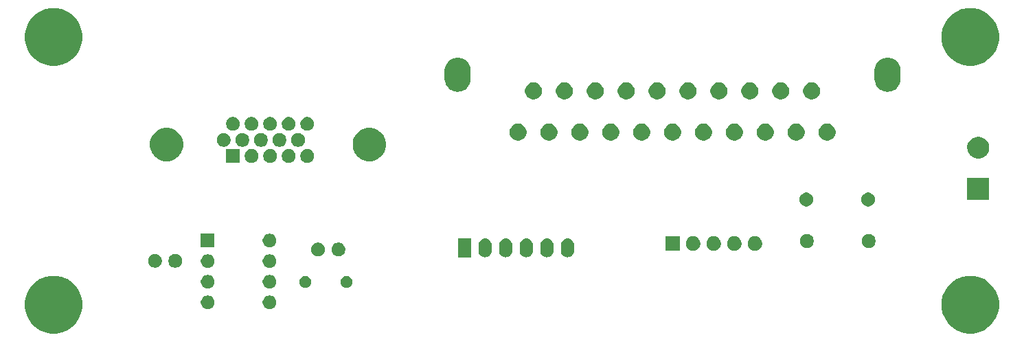
<source format=gbr>
G04 #@! TF.GenerationSoftware,KiCad,Pcbnew,5.1.6*
G04 #@! TF.CreationDate,2020-10-16T21:43:55+02:00*
G04 #@! TF.ProjectId,raveracer,72617665-7261-4636-9572-2e6b69636164,rev?*
G04 #@! TF.SameCoordinates,Original*
G04 #@! TF.FileFunction,Soldermask,Bot*
G04 #@! TF.FilePolarity,Negative*
%FSLAX46Y46*%
G04 Gerber Fmt 4.6, Leading zero omitted, Abs format (unit mm)*
G04 Created by KiCad (PCBNEW 5.1.6) date 2020-10-16 21:43:55*
%MOMM*%
%LPD*%
G01*
G04 APERTURE LIST*
%ADD10C,0.100000*%
G04 APERTURE END LIST*
D10*
G36*
X7035787Y-81585462D02*
G01*
X7161466Y-81637520D01*
X7682029Y-81853144D01*
X8263631Y-82241758D01*
X8758242Y-82736369D01*
X9146856Y-83317971D01*
X9146856Y-83317972D01*
X9414538Y-83964213D01*
X9551000Y-84650256D01*
X9551000Y-85349744D01*
X9414538Y-86035787D01*
X9414537Y-86035789D01*
X9146856Y-86682029D01*
X8758242Y-87263631D01*
X8263631Y-87758242D01*
X7682029Y-88146856D01*
X7225068Y-88336135D01*
X7035787Y-88414538D01*
X6349744Y-88551000D01*
X5650256Y-88551000D01*
X4964213Y-88414538D01*
X4774932Y-88336135D01*
X4317971Y-88146856D01*
X3736369Y-87758242D01*
X3241758Y-87263631D01*
X2853144Y-86682029D01*
X2585463Y-86035789D01*
X2585462Y-86035787D01*
X2449000Y-85349744D01*
X2449000Y-84650256D01*
X2585462Y-83964213D01*
X2853144Y-83317972D01*
X2853144Y-83317971D01*
X3241758Y-82736369D01*
X3736369Y-82241758D01*
X4317971Y-81853144D01*
X4838534Y-81637520D01*
X4964213Y-81585462D01*
X5650256Y-81449000D01*
X6349744Y-81449000D01*
X7035787Y-81585462D01*
G37*
G36*
X120035787Y-81585462D02*
G01*
X120161466Y-81637520D01*
X120682029Y-81853144D01*
X121263631Y-82241758D01*
X121758242Y-82736369D01*
X122146856Y-83317971D01*
X122146856Y-83317972D01*
X122414538Y-83964213D01*
X122551000Y-84650256D01*
X122551000Y-85349744D01*
X122414538Y-86035787D01*
X122414537Y-86035789D01*
X122146856Y-86682029D01*
X121758242Y-87263631D01*
X121263631Y-87758242D01*
X120682029Y-88146856D01*
X120225068Y-88336135D01*
X120035787Y-88414538D01*
X119349744Y-88551000D01*
X118650256Y-88551000D01*
X117964213Y-88414538D01*
X117774932Y-88336135D01*
X117317971Y-88146856D01*
X116736369Y-87758242D01*
X116241758Y-87263631D01*
X115853144Y-86682029D01*
X115585463Y-86035789D01*
X115585462Y-86035787D01*
X115449000Y-85349744D01*
X115449000Y-84650256D01*
X115585462Y-83964213D01*
X115853144Y-83317972D01*
X115853144Y-83317971D01*
X116241758Y-82736369D01*
X116736369Y-82241758D01*
X117317971Y-81853144D01*
X117838534Y-81637520D01*
X117964213Y-81585462D01*
X118650256Y-81449000D01*
X119349744Y-81449000D01*
X120035787Y-81585462D01*
G37*
G36*
X32868228Y-83901703D02*
G01*
X33023100Y-83965853D01*
X33162481Y-84058985D01*
X33281015Y-84177519D01*
X33374147Y-84316900D01*
X33438297Y-84471772D01*
X33471000Y-84636184D01*
X33471000Y-84803816D01*
X33438297Y-84968228D01*
X33374147Y-85123100D01*
X33281015Y-85262481D01*
X33162481Y-85381015D01*
X33023100Y-85474147D01*
X32868228Y-85538297D01*
X32703816Y-85571000D01*
X32536184Y-85571000D01*
X32371772Y-85538297D01*
X32216900Y-85474147D01*
X32077519Y-85381015D01*
X31958985Y-85262481D01*
X31865853Y-85123100D01*
X31801703Y-84968228D01*
X31769000Y-84803816D01*
X31769000Y-84636184D01*
X31801703Y-84471772D01*
X31865853Y-84316900D01*
X31958985Y-84177519D01*
X32077519Y-84058985D01*
X32216900Y-83965853D01*
X32371772Y-83901703D01*
X32536184Y-83869000D01*
X32703816Y-83869000D01*
X32868228Y-83901703D01*
G37*
G36*
X25248228Y-83901703D02*
G01*
X25403100Y-83965853D01*
X25542481Y-84058985D01*
X25661015Y-84177519D01*
X25754147Y-84316900D01*
X25818297Y-84471772D01*
X25851000Y-84636184D01*
X25851000Y-84803816D01*
X25818297Y-84968228D01*
X25754147Y-85123100D01*
X25661015Y-85262481D01*
X25542481Y-85381015D01*
X25403100Y-85474147D01*
X25248228Y-85538297D01*
X25083816Y-85571000D01*
X24916184Y-85571000D01*
X24751772Y-85538297D01*
X24596900Y-85474147D01*
X24457519Y-85381015D01*
X24338985Y-85262481D01*
X24245853Y-85123100D01*
X24181703Y-84968228D01*
X24149000Y-84803816D01*
X24149000Y-84636184D01*
X24181703Y-84471772D01*
X24245853Y-84316900D01*
X24338985Y-84177519D01*
X24457519Y-84058985D01*
X24596900Y-83965853D01*
X24751772Y-83901703D01*
X24916184Y-83869000D01*
X25083816Y-83869000D01*
X25248228Y-83901703D01*
G37*
G36*
X25248228Y-81361703D02*
G01*
X25403100Y-81425853D01*
X25542481Y-81518985D01*
X25661015Y-81637519D01*
X25754147Y-81776900D01*
X25818297Y-81931772D01*
X25851000Y-82096184D01*
X25851000Y-82263816D01*
X25818297Y-82428228D01*
X25754147Y-82583100D01*
X25661015Y-82722481D01*
X25542481Y-82841015D01*
X25403100Y-82934147D01*
X25248228Y-82998297D01*
X25083816Y-83031000D01*
X24916184Y-83031000D01*
X24751772Y-82998297D01*
X24596900Y-82934147D01*
X24457519Y-82841015D01*
X24338985Y-82722481D01*
X24245853Y-82583100D01*
X24181703Y-82428228D01*
X24149000Y-82263816D01*
X24149000Y-82096184D01*
X24181703Y-81931772D01*
X24245853Y-81776900D01*
X24338985Y-81637519D01*
X24457519Y-81518985D01*
X24596900Y-81425853D01*
X24751772Y-81361703D01*
X24916184Y-81329000D01*
X25083816Y-81329000D01*
X25248228Y-81361703D01*
G37*
G36*
X32868228Y-81361703D02*
G01*
X33023100Y-81425853D01*
X33162481Y-81518985D01*
X33281015Y-81637519D01*
X33374147Y-81776900D01*
X33438297Y-81931772D01*
X33471000Y-82096184D01*
X33471000Y-82263816D01*
X33438297Y-82428228D01*
X33374147Y-82583100D01*
X33281015Y-82722481D01*
X33162481Y-82841015D01*
X33023100Y-82934147D01*
X32868228Y-82998297D01*
X32703816Y-83031000D01*
X32536184Y-83031000D01*
X32371772Y-82998297D01*
X32216900Y-82934147D01*
X32077519Y-82841015D01*
X31958985Y-82722481D01*
X31865853Y-82583100D01*
X31801703Y-82428228D01*
X31769000Y-82263816D01*
X31769000Y-82096184D01*
X31801703Y-81931772D01*
X31865853Y-81776900D01*
X31958985Y-81637519D01*
X32077519Y-81518985D01*
X32216900Y-81425853D01*
X32371772Y-81361703D01*
X32536184Y-81329000D01*
X32703816Y-81329000D01*
X32868228Y-81361703D01*
G37*
G36*
X42319059Y-81477860D02*
G01*
X42418344Y-81518985D01*
X42455732Y-81534472D01*
X42578735Y-81616660D01*
X42683340Y-81721265D01*
X42683341Y-81721267D01*
X42765529Y-81844270D01*
X42822140Y-81980941D01*
X42851000Y-82126033D01*
X42851000Y-82273967D01*
X42822140Y-82419059D01*
X42765528Y-82555732D01*
X42683340Y-82678735D01*
X42578735Y-82783340D01*
X42455732Y-82865528D01*
X42455731Y-82865529D01*
X42455730Y-82865529D01*
X42319059Y-82922140D01*
X42173968Y-82951000D01*
X42026032Y-82951000D01*
X41880941Y-82922140D01*
X41744270Y-82865529D01*
X41744269Y-82865529D01*
X41744268Y-82865528D01*
X41621265Y-82783340D01*
X41516660Y-82678735D01*
X41434472Y-82555732D01*
X41377860Y-82419059D01*
X41349000Y-82273967D01*
X41349000Y-82126033D01*
X41377860Y-81980941D01*
X41434471Y-81844270D01*
X41516659Y-81721267D01*
X41516660Y-81721265D01*
X41621265Y-81616660D01*
X41744268Y-81534472D01*
X41781657Y-81518985D01*
X41880941Y-81477860D01*
X42026032Y-81449000D01*
X42173968Y-81449000D01*
X42319059Y-81477860D01*
G37*
G36*
X37239059Y-81477860D02*
G01*
X37338344Y-81518985D01*
X37375732Y-81534472D01*
X37498735Y-81616660D01*
X37603340Y-81721265D01*
X37603341Y-81721267D01*
X37685529Y-81844270D01*
X37742140Y-81980941D01*
X37771000Y-82126033D01*
X37771000Y-82273967D01*
X37742140Y-82419059D01*
X37685528Y-82555732D01*
X37603340Y-82678735D01*
X37498735Y-82783340D01*
X37375732Y-82865528D01*
X37375731Y-82865529D01*
X37375730Y-82865529D01*
X37239059Y-82922140D01*
X37093968Y-82951000D01*
X36946032Y-82951000D01*
X36800941Y-82922140D01*
X36664270Y-82865529D01*
X36664269Y-82865529D01*
X36664268Y-82865528D01*
X36541265Y-82783340D01*
X36436660Y-82678735D01*
X36354472Y-82555732D01*
X36297860Y-82419059D01*
X36269000Y-82273967D01*
X36269000Y-82126033D01*
X36297860Y-81980941D01*
X36354471Y-81844270D01*
X36436659Y-81721267D01*
X36436660Y-81721265D01*
X36541265Y-81616660D01*
X36664268Y-81534472D01*
X36701657Y-81518985D01*
X36800941Y-81477860D01*
X36946032Y-81449000D01*
X37093968Y-81449000D01*
X37239059Y-81477860D01*
G37*
G36*
X25248228Y-78821703D02*
G01*
X25403100Y-78885853D01*
X25542481Y-78978985D01*
X25661015Y-79097519D01*
X25754147Y-79236900D01*
X25818297Y-79391772D01*
X25851000Y-79556184D01*
X25851000Y-79723816D01*
X25818297Y-79888228D01*
X25754147Y-80043100D01*
X25661015Y-80182481D01*
X25542481Y-80301015D01*
X25403100Y-80394147D01*
X25248228Y-80458297D01*
X25083816Y-80491000D01*
X24916184Y-80491000D01*
X24751772Y-80458297D01*
X24596900Y-80394147D01*
X24457519Y-80301015D01*
X24338985Y-80182481D01*
X24245853Y-80043100D01*
X24181703Y-79888228D01*
X24149000Y-79723816D01*
X24149000Y-79556184D01*
X24181703Y-79391772D01*
X24245853Y-79236900D01*
X24338985Y-79097519D01*
X24457519Y-78978985D01*
X24596900Y-78885853D01*
X24751772Y-78821703D01*
X24916184Y-78789000D01*
X25083816Y-78789000D01*
X25248228Y-78821703D01*
G37*
G36*
X32868228Y-78821703D02*
G01*
X33023100Y-78885853D01*
X33162481Y-78978985D01*
X33281015Y-79097519D01*
X33374147Y-79236900D01*
X33438297Y-79391772D01*
X33471000Y-79556184D01*
X33471000Y-79723816D01*
X33438297Y-79888228D01*
X33374147Y-80043100D01*
X33281015Y-80182481D01*
X33162481Y-80301015D01*
X33023100Y-80394147D01*
X32868228Y-80458297D01*
X32703816Y-80491000D01*
X32536184Y-80491000D01*
X32371772Y-80458297D01*
X32216900Y-80394147D01*
X32077519Y-80301015D01*
X31958985Y-80182481D01*
X31865853Y-80043100D01*
X31801703Y-79888228D01*
X31769000Y-79723816D01*
X31769000Y-79556184D01*
X31801703Y-79391772D01*
X31865853Y-79236900D01*
X31958985Y-79097519D01*
X32077519Y-78978985D01*
X32216900Y-78885853D01*
X32371772Y-78821703D01*
X32536184Y-78789000D01*
X32703816Y-78789000D01*
X32868228Y-78821703D01*
G37*
G36*
X18748228Y-78781703D02*
G01*
X18903100Y-78845853D01*
X19042481Y-78938985D01*
X19161015Y-79057519D01*
X19254147Y-79196900D01*
X19318297Y-79351772D01*
X19351000Y-79516184D01*
X19351000Y-79683816D01*
X19318297Y-79848228D01*
X19254147Y-80003100D01*
X19161015Y-80142481D01*
X19042481Y-80261015D01*
X18903100Y-80354147D01*
X18748228Y-80418297D01*
X18583816Y-80451000D01*
X18416184Y-80451000D01*
X18251772Y-80418297D01*
X18096900Y-80354147D01*
X17957519Y-80261015D01*
X17838985Y-80142481D01*
X17745853Y-80003100D01*
X17681703Y-79848228D01*
X17649000Y-79683816D01*
X17649000Y-79516184D01*
X17681703Y-79351772D01*
X17745853Y-79196900D01*
X17838985Y-79057519D01*
X17957519Y-78938985D01*
X18096900Y-78845853D01*
X18251772Y-78781703D01*
X18416184Y-78749000D01*
X18583816Y-78749000D01*
X18748228Y-78781703D01*
G37*
G36*
X21248228Y-78781703D02*
G01*
X21403100Y-78845853D01*
X21542481Y-78938985D01*
X21661015Y-79057519D01*
X21754147Y-79196900D01*
X21818297Y-79351772D01*
X21851000Y-79516184D01*
X21851000Y-79683816D01*
X21818297Y-79848228D01*
X21754147Y-80003100D01*
X21661015Y-80142481D01*
X21542481Y-80261015D01*
X21403100Y-80354147D01*
X21248228Y-80418297D01*
X21083816Y-80451000D01*
X20916184Y-80451000D01*
X20751772Y-80418297D01*
X20596900Y-80354147D01*
X20457519Y-80261015D01*
X20338985Y-80142481D01*
X20245853Y-80003100D01*
X20181703Y-79848228D01*
X20149000Y-79683816D01*
X20149000Y-79516184D01*
X20181703Y-79351772D01*
X20245853Y-79196900D01*
X20338985Y-79057519D01*
X20457519Y-78938985D01*
X20596900Y-78845853D01*
X20751772Y-78781703D01*
X20916184Y-78749000D01*
X21083816Y-78749000D01*
X21248228Y-78781703D01*
G37*
G36*
X69507134Y-76860778D02*
G01*
X69658231Y-76906613D01*
X69797482Y-76981044D01*
X69919538Y-77081212D01*
X70019706Y-77203267D01*
X70094137Y-77342518D01*
X70139972Y-77493615D01*
X70151570Y-77611375D01*
X70151570Y-78388625D01*
X70139972Y-78506385D01*
X70094137Y-78657482D01*
X70019706Y-78796733D01*
X69919538Y-78918788D01*
X69797483Y-79018956D01*
X69658232Y-79093387D01*
X69507135Y-79139222D01*
X69350000Y-79154698D01*
X69192866Y-79139222D01*
X69041769Y-79093387D01*
X68902518Y-79018956D01*
X68780463Y-78918788D01*
X68680295Y-78796733D01*
X68605864Y-78657482D01*
X68605863Y-78657481D01*
X68560028Y-78506386D01*
X68548430Y-78388626D01*
X68548430Y-77611375D01*
X68560028Y-77493618D01*
X68560028Y-77493616D01*
X68605863Y-77342519D01*
X68680294Y-77203268D01*
X68780462Y-77081212D01*
X68902517Y-76981044D01*
X69041768Y-76906613D01*
X69192865Y-76860778D01*
X69350000Y-76845302D01*
X69507134Y-76860778D01*
G37*
G36*
X61887134Y-76860778D02*
G01*
X62038231Y-76906613D01*
X62177482Y-76981044D01*
X62299538Y-77081212D01*
X62399706Y-77203267D01*
X62474137Y-77342518D01*
X62519972Y-77493615D01*
X62531570Y-77611375D01*
X62531570Y-78388625D01*
X62519972Y-78506385D01*
X62474137Y-78657482D01*
X62399706Y-78796733D01*
X62299538Y-78918788D01*
X62177483Y-79018956D01*
X62038232Y-79093387D01*
X61887135Y-79139222D01*
X61730000Y-79154698D01*
X61572866Y-79139222D01*
X61421769Y-79093387D01*
X61282518Y-79018956D01*
X61160463Y-78918788D01*
X61060295Y-78796733D01*
X60985864Y-78657482D01*
X60985863Y-78657481D01*
X60940028Y-78506386D01*
X60928430Y-78388626D01*
X60928430Y-77611375D01*
X60940028Y-77493618D01*
X60940028Y-77493616D01*
X60985863Y-77342519D01*
X61060294Y-77203268D01*
X61160462Y-77081212D01*
X61282517Y-76981044D01*
X61421768Y-76906613D01*
X61572865Y-76860778D01*
X61730000Y-76845302D01*
X61887134Y-76860778D01*
G37*
G36*
X64427134Y-76860778D02*
G01*
X64578231Y-76906613D01*
X64717482Y-76981044D01*
X64839538Y-77081212D01*
X64939706Y-77203267D01*
X65014137Y-77342518D01*
X65059972Y-77493615D01*
X65071570Y-77611375D01*
X65071570Y-78388625D01*
X65059972Y-78506385D01*
X65014137Y-78657482D01*
X64939706Y-78796733D01*
X64839538Y-78918788D01*
X64717483Y-79018956D01*
X64578232Y-79093387D01*
X64427135Y-79139222D01*
X64270000Y-79154698D01*
X64112866Y-79139222D01*
X63961769Y-79093387D01*
X63822518Y-79018956D01*
X63700463Y-78918788D01*
X63600295Y-78796733D01*
X63525864Y-78657482D01*
X63525863Y-78657481D01*
X63480028Y-78506386D01*
X63468430Y-78388626D01*
X63468430Y-77611375D01*
X63480028Y-77493618D01*
X63480028Y-77493616D01*
X63525863Y-77342519D01*
X63600294Y-77203268D01*
X63700462Y-77081212D01*
X63822517Y-76981044D01*
X63961768Y-76906613D01*
X64112865Y-76860778D01*
X64270000Y-76845302D01*
X64427134Y-76860778D01*
G37*
G36*
X66967134Y-76860778D02*
G01*
X67118231Y-76906613D01*
X67257482Y-76981044D01*
X67379538Y-77081212D01*
X67479706Y-77203267D01*
X67554137Y-77342518D01*
X67599972Y-77493615D01*
X67611570Y-77611375D01*
X67611570Y-78388625D01*
X67599972Y-78506385D01*
X67554137Y-78657482D01*
X67479706Y-78796733D01*
X67379538Y-78918788D01*
X67257483Y-79018956D01*
X67118232Y-79093387D01*
X66967135Y-79139222D01*
X66810000Y-79154698D01*
X66652866Y-79139222D01*
X66501769Y-79093387D01*
X66362518Y-79018956D01*
X66240463Y-78918788D01*
X66140295Y-78796733D01*
X66065864Y-78657482D01*
X66065863Y-78657481D01*
X66020028Y-78506386D01*
X66008430Y-78388626D01*
X66008430Y-77611375D01*
X66020028Y-77493618D01*
X66020028Y-77493616D01*
X66065863Y-77342519D01*
X66140294Y-77203268D01*
X66240462Y-77081212D01*
X66362517Y-76981044D01*
X66501768Y-76906613D01*
X66652865Y-76860778D01*
X66810000Y-76845302D01*
X66967134Y-76860778D01*
G37*
G36*
X59347134Y-76860778D02*
G01*
X59498231Y-76906613D01*
X59637482Y-76981044D01*
X59759538Y-77081212D01*
X59859706Y-77203267D01*
X59934137Y-77342518D01*
X59979972Y-77493615D01*
X59991570Y-77611375D01*
X59991570Y-78388625D01*
X59979972Y-78506385D01*
X59934137Y-78657482D01*
X59859706Y-78796733D01*
X59759538Y-78918788D01*
X59637483Y-79018956D01*
X59498232Y-79093387D01*
X59347135Y-79139222D01*
X59190000Y-79154698D01*
X59032866Y-79139222D01*
X58881769Y-79093387D01*
X58742518Y-79018956D01*
X58620463Y-78918788D01*
X58520295Y-78796733D01*
X58445864Y-78657482D01*
X58445863Y-78657481D01*
X58400028Y-78506386D01*
X58388430Y-78388626D01*
X58388430Y-77611375D01*
X58400028Y-77493618D01*
X58400028Y-77493616D01*
X58445863Y-77342519D01*
X58520294Y-77203268D01*
X58620462Y-77081212D01*
X58742517Y-76981044D01*
X58881768Y-76906613D01*
X59032865Y-76860778D01*
X59190000Y-76845302D01*
X59347134Y-76860778D01*
G37*
G36*
X57451570Y-79150820D02*
G01*
X55848430Y-79150820D01*
X55848430Y-76849180D01*
X57451570Y-76849180D01*
X57451570Y-79150820D01*
G37*
G36*
X41348228Y-77381703D02*
G01*
X41503100Y-77445853D01*
X41642481Y-77538985D01*
X41761015Y-77657519D01*
X41854147Y-77796900D01*
X41918297Y-77951772D01*
X41951000Y-78116184D01*
X41951000Y-78283816D01*
X41918297Y-78448228D01*
X41854147Y-78603100D01*
X41761015Y-78742481D01*
X41642481Y-78861015D01*
X41503100Y-78954147D01*
X41348228Y-79018297D01*
X41183816Y-79051000D01*
X41016184Y-79051000D01*
X40851772Y-79018297D01*
X40696900Y-78954147D01*
X40557519Y-78861015D01*
X40438985Y-78742481D01*
X40345853Y-78603100D01*
X40281703Y-78448228D01*
X40249000Y-78283816D01*
X40249000Y-78116184D01*
X40281703Y-77951772D01*
X40345853Y-77796900D01*
X40438985Y-77657519D01*
X40557519Y-77538985D01*
X40696900Y-77445853D01*
X40851772Y-77381703D01*
X41016184Y-77349000D01*
X41183816Y-77349000D01*
X41348228Y-77381703D01*
G37*
G36*
X38848228Y-77381703D02*
G01*
X39003100Y-77445853D01*
X39142481Y-77538985D01*
X39261015Y-77657519D01*
X39354147Y-77796900D01*
X39418297Y-77951772D01*
X39451000Y-78116184D01*
X39451000Y-78283816D01*
X39418297Y-78448228D01*
X39354147Y-78603100D01*
X39261015Y-78742481D01*
X39142481Y-78861015D01*
X39003100Y-78954147D01*
X38848228Y-79018297D01*
X38683816Y-79051000D01*
X38516184Y-79051000D01*
X38351772Y-79018297D01*
X38196900Y-78954147D01*
X38057519Y-78861015D01*
X37938985Y-78742481D01*
X37845853Y-78603100D01*
X37781703Y-78448228D01*
X37749000Y-78283816D01*
X37749000Y-78116184D01*
X37781703Y-77951772D01*
X37845853Y-77796900D01*
X37938985Y-77657519D01*
X38057519Y-77538985D01*
X38196900Y-77445853D01*
X38351772Y-77381703D01*
X38516184Y-77349000D01*
X38683816Y-77349000D01*
X38848228Y-77381703D01*
G37*
G36*
X84949512Y-76573927D02*
G01*
X85098812Y-76603624D01*
X85262784Y-76671544D01*
X85410354Y-76770147D01*
X85535853Y-76895646D01*
X85634456Y-77043216D01*
X85702376Y-77207188D01*
X85737000Y-77381259D01*
X85737000Y-77558741D01*
X85702376Y-77732812D01*
X85634456Y-77896784D01*
X85535853Y-78044354D01*
X85410354Y-78169853D01*
X85262784Y-78268456D01*
X85098812Y-78336376D01*
X84949512Y-78366073D01*
X84924742Y-78371000D01*
X84747258Y-78371000D01*
X84722488Y-78366073D01*
X84573188Y-78336376D01*
X84409216Y-78268456D01*
X84261646Y-78169853D01*
X84136147Y-78044354D01*
X84037544Y-77896784D01*
X83969624Y-77732812D01*
X83935000Y-77558741D01*
X83935000Y-77381259D01*
X83969624Y-77207188D01*
X84037544Y-77043216D01*
X84136147Y-76895646D01*
X84261646Y-76770147D01*
X84409216Y-76671544D01*
X84573188Y-76603624D01*
X84722488Y-76573927D01*
X84747258Y-76569000D01*
X84924742Y-76569000D01*
X84949512Y-76573927D01*
G37*
G36*
X92569512Y-76573927D02*
G01*
X92718812Y-76603624D01*
X92882784Y-76671544D01*
X93030354Y-76770147D01*
X93155853Y-76895646D01*
X93254456Y-77043216D01*
X93322376Y-77207188D01*
X93357000Y-77381259D01*
X93357000Y-77558741D01*
X93322376Y-77732812D01*
X93254456Y-77896784D01*
X93155853Y-78044354D01*
X93030354Y-78169853D01*
X92882784Y-78268456D01*
X92718812Y-78336376D01*
X92569512Y-78366073D01*
X92544742Y-78371000D01*
X92367258Y-78371000D01*
X92342488Y-78366073D01*
X92193188Y-78336376D01*
X92029216Y-78268456D01*
X91881646Y-78169853D01*
X91756147Y-78044354D01*
X91657544Y-77896784D01*
X91589624Y-77732812D01*
X91555000Y-77558741D01*
X91555000Y-77381259D01*
X91589624Y-77207188D01*
X91657544Y-77043216D01*
X91756147Y-76895646D01*
X91881646Y-76770147D01*
X92029216Y-76671544D01*
X92193188Y-76603624D01*
X92342488Y-76573927D01*
X92367258Y-76569000D01*
X92544742Y-76569000D01*
X92569512Y-76573927D01*
G37*
G36*
X90029512Y-76573927D02*
G01*
X90178812Y-76603624D01*
X90342784Y-76671544D01*
X90490354Y-76770147D01*
X90615853Y-76895646D01*
X90714456Y-77043216D01*
X90782376Y-77207188D01*
X90817000Y-77381259D01*
X90817000Y-77558741D01*
X90782376Y-77732812D01*
X90714456Y-77896784D01*
X90615853Y-78044354D01*
X90490354Y-78169853D01*
X90342784Y-78268456D01*
X90178812Y-78336376D01*
X90029512Y-78366073D01*
X90004742Y-78371000D01*
X89827258Y-78371000D01*
X89802488Y-78366073D01*
X89653188Y-78336376D01*
X89489216Y-78268456D01*
X89341646Y-78169853D01*
X89216147Y-78044354D01*
X89117544Y-77896784D01*
X89049624Y-77732812D01*
X89015000Y-77558741D01*
X89015000Y-77381259D01*
X89049624Y-77207188D01*
X89117544Y-77043216D01*
X89216147Y-76895646D01*
X89341646Y-76770147D01*
X89489216Y-76671544D01*
X89653188Y-76603624D01*
X89802488Y-76573927D01*
X89827258Y-76569000D01*
X90004742Y-76569000D01*
X90029512Y-76573927D01*
G37*
G36*
X87489512Y-76573927D02*
G01*
X87638812Y-76603624D01*
X87802784Y-76671544D01*
X87950354Y-76770147D01*
X88075853Y-76895646D01*
X88174456Y-77043216D01*
X88242376Y-77207188D01*
X88277000Y-77381259D01*
X88277000Y-77558741D01*
X88242376Y-77732812D01*
X88174456Y-77896784D01*
X88075853Y-78044354D01*
X87950354Y-78169853D01*
X87802784Y-78268456D01*
X87638812Y-78336376D01*
X87489512Y-78366073D01*
X87464742Y-78371000D01*
X87287258Y-78371000D01*
X87262488Y-78366073D01*
X87113188Y-78336376D01*
X86949216Y-78268456D01*
X86801646Y-78169853D01*
X86676147Y-78044354D01*
X86577544Y-77896784D01*
X86509624Y-77732812D01*
X86475000Y-77558741D01*
X86475000Y-77381259D01*
X86509624Y-77207188D01*
X86577544Y-77043216D01*
X86676147Y-76895646D01*
X86801646Y-76770147D01*
X86949216Y-76671544D01*
X87113188Y-76603624D01*
X87262488Y-76573927D01*
X87287258Y-76569000D01*
X87464742Y-76569000D01*
X87489512Y-76573927D01*
G37*
G36*
X83197000Y-78371000D02*
G01*
X81395000Y-78371000D01*
X81395000Y-76569000D01*
X83197000Y-76569000D01*
X83197000Y-78371000D01*
G37*
G36*
X106728228Y-76331703D02*
G01*
X106883100Y-76395853D01*
X107022481Y-76488985D01*
X107141015Y-76607519D01*
X107234147Y-76746900D01*
X107298297Y-76901772D01*
X107331000Y-77066184D01*
X107331000Y-77233816D01*
X107298297Y-77398228D01*
X107234147Y-77553100D01*
X107141015Y-77692481D01*
X107022481Y-77811015D01*
X106883100Y-77904147D01*
X106728228Y-77968297D01*
X106563816Y-78001000D01*
X106396184Y-78001000D01*
X106231772Y-77968297D01*
X106076900Y-77904147D01*
X105937519Y-77811015D01*
X105818985Y-77692481D01*
X105725853Y-77553100D01*
X105661703Y-77398228D01*
X105629000Y-77233816D01*
X105629000Y-77066184D01*
X105661703Y-76901772D01*
X105725853Y-76746900D01*
X105818985Y-76607519D01*
X105937519Y-76488985D01*
X106076900Y-76395853D01*
X106231772Y-76331703D01*
X106396184Y-76299000D01*
X106563816Y-76299000D01*
X106728228Y-76331703D01*
G37*
G36*
X99108228Y-76331703D02*
G01*
X99263100Y-76395853D01*
X99402481Y-76488985D01*
X99521015Y-76607519D01*
X99614147Y-76746900D01*
X99678297Y-76901772D01*
X99711000Y-77066184D01*
X99711000Y-77233816D01*
X99678297Y-77398228D01*
X99614147Y-77553100D01*
X99521015Y-77692481D01*
X99402481Y-77811015D01*
X99263100Y-77904147D01*
X99108228Y-77968297D01*
X98943816Y-78001000D01*
X98776184Y-78001000D01*
X98611772Y-77968297D01*
X98456900Y-77904147D01*
X98317519Y-77811015D01*
X98198985Y-77692481D01*
X98105853Y-77553100D01*
X98041703Y-77398228D01*
X98009000Y-77233816D01*
X98009000Y-77066184D01*
X98041703Y-76901772D01*
X98105853Y-76746900D01*
X98198985Y-76607519D01*
X98317519Y-76488985D01*
X98456900Y-76395853D01*
X98611772Y-76331703D01*
X98776184Y-76299000D01*
X98943816Y-76299000D01*
X99108228Y-76331703D01*
G37*
G36*
X25851000Y-77951000D02*
G01*
X24149000Y-77951000D01*
X24149000Y-76249000D01*
X25851000Y-76249000D01*
X25851000Y-77951000D01*
G37*
G36*
X32868228Y-76281703D02*
G01*
X33023100Y-76345853D01*
X33162481Y-76438985D01*
X33281015Y-76557519D01*
X33374147Y-76696900D01*
X33438297Y-76851772D01*
X33471000Y-77016184D01*
X33471000Y-77183816D01*
X33438297Y-77348228D01*
X33374147Y-77503100D01*
X33281015Y-77642481D01*
X33162481Y-77761015D01*
X33023100Y-77854147D01*
X32868228Y-77918297D01*
X32703816Y-77951000D01*
X32536184Y-77951000D01*
X32371772Y-77918297D01*
X32216900Y-77854147D01*
X32077519Y-77761015D01*
X31958985Y-77642481D01*
X31865853Y-77503100D01*
X31801703Y-77348228D01*
X31769000Y-77183816D01*
X31769000Y-77016184D01*
X31801703Y-76851772D01*
X31865853Y-76696900D01*
X31958985Y-76557519D01*
X32077519Y-76438985D01*
X32216900Y-76345853D01*
X32371772Y-76281703D01*
X32536184Y-76249000D01*
X32703816Y-76249000D01*
X32868228Y-76281703D01*
G37*
G36*
X99038228Y-71221703D02*
G01*
X99193100Y-71285853D01*
X99332481Y-71378985D01*
X99451015Y-71497519D01*
X99544147Y-71636900D01*
X99608297Y-71791772D01*
X99641000Y-71956184D01*
X99641000Y-72123816D01*
X99608297Y-72288228D01*
X99544147Y-72443100D01*
X99451015Y-72582481D01*
X99332481Y-72701015D01*
X99193100Y-72794147D01*
X99038228Y-72858297D01*
X98873816Y-72891000D01*
X98706184Y-72891000D01*
X98541772Y-72858297D01*
X98386900Y-72794147D01*
X98247519Y-72701015D01*
X98128985Y-72582481D01*
X98035853Y-72443100D01*
X97971703Y-72288228D01*
X97939000Y-72123816D01*
X97939000Y-71956184D01*
X97971703Y-71791772D01*
X98035853Y-71636900D01*
X98128985Y-71497519D01*
X98247519Y-71378985D01*
X98386900Y-71285853D01*
X98541772Y-71221703D01*
X98706184Y-71189000D01*
X98873816Y-71189000D01*
X99038228Y-71221703D01*
G37*
G36*
X106658228Y-71221703D02*
G01*
X106813100Y-71285853D01*
X106952481Y-71378985D01*
X107071015Y-71497519D01*
X107164147Y-71636900D01*
X107228297Y-71791772D01*
X107261000Y-71956184D01*
X107261000Y-72123816D01*
X107228297Y-72288228D01*
X107164147Y-72443100D01*
X107071015Y-72582481D01*
X106952481Y-72701015D01*
X106813100Y-72794147D01*
X106658228Y-72858297D01*
X106493816Y-72891000D01*
X106326184Y-72891000D01*
X106161772Y-72858297D01*
X106006900Y-72794147D01*
X105867519Y-72701015D01*
X105748985Y-72582481D01*
X105655853Y-72443100D01*
X105591703Y-72288228D01*
X105559000Y-72123816D01*
X105559000Y-71956184D01*
X105591703Y-71791772D01*
X105655853Y-71636900D01*
X105748985Y-71497519D01*
X105867519Y-71378985D01*
X106006900Y-71285853D01*
X106161772Y-71221703D01*
X106326184Y-71189000D01*
X106493816Y-71189000D01*
X106658228Y-71221703D01*
G37*
G36*
X121341000Y-72071000D02*
G01*
X118639000Y-72071000D01*
X118639000Y-69369000D01*
X121341000Y-69369000D01*
X121341000Y-72071000D01*
G37*
G36*
X37518228Y-65851703D02*
G01*
X37673100Y-65915853D01*
X37812481Y-66008985D01*
X37931015Y-66127519D01*
X38024147Y-66266900D01*
X38088297Y-66421772D01*
X38121000Y-66586184D01*
X38121000Y-66753816D01*
X38088297Y-66918228D01*
X38024147Y-67073100D01*
X37931015Y-67212481D01*
X37812481Y-67331015D01*
X37673100Y-67424147D01*
X37518228Y-67488297D01*
X37353816Y-67521000D01*
X37186184Y-67521000D01*
X37021772Y-67488297D01*
X36866900Y-67424147D01*
X36727519Y-67331015D01*
X36608985Y-67212481D01*
X36515853Y-67073100D01*
X36451703Y-66918228D01*
X36419000Y-66753816D01*
X36419000Y-66586184D01*
X36451703Y-66421772D01*
X36515853Y-66266900D01*
X36608985Y-66127519D01*
X36727519Y-66008985D01*
X36866900Y-65915853D01*
X37021772Y-65851703D01*
X37186184Y-65819000D01*
X37353816Y-65819000D01*
X37518228Y-65851703D01*
G37*
G36*
X32938228Y-65851703D02*
G01*
X33093100Y-65915853D01*
X33232481Y-66008985D01*
X33351015Y-66127519D01*
X33444147Y-66266900D01*
X33508297Y-66421772D01*
X33541000Y-66586184D01*
X33541000Y-66753816D01*
X33508297Y-66918228D01*
X33444147Y-67073100D01*
X33351015Y-67212481D01*
X33232481Y-67331015D01*
X33093100Y-67424147D01*
X32938228Y-67488297D01*
X32773816Y-67521000D01*
X32606184Y-67521000D01*
X32441772Y-67488297D01*
X32286900Y-67424147D01*
X32147519Y-67331015D01*
X32028985Y-67212481D01*
X31935853Y-67073100D01*
X31871703Y-66918228D01*
X31839000Y-66753816D01*
X31839000Y-66586184D01*
X31871703Y-66421772D01*
X31935853Y-66266900D01*
X32028985Y-66127519D01*
X32147519Y-66008985D01*
X32286900Y-65915853D01*
X32441772Y-65851703D01*
X32606184Y-65819000D01*
X32773816Y-65819000D01*
X32938228Y-65851703D01*
G37*
G36*
X35228228Y-65851703D02*
G01*
X35383100Y-65915853D01*
X35522481Y-66008985D01*
X35641015Y-66127519D01*
X35734147Y-66266900D01*
X35798297Y-66421772D01*
X35831000Y-66586184D01*
X35831000Y-66753816D01*
X35798297Y-66918228D01*
X35734147Y-67073100D01*
X35641015Y-67212481D01*
X35522481Y-67331015D01*
X35383100Y-67424147D01*
X35228228Y-67488297D01*
X35063816Y-67521000D01*
X34896184Y-67521000D01*
X34731772Y-67488297D01*
X34576900Y-67424147D01*
X34437519Y-67331015D01*
X34318985Y-67212481D01*
X34225853Y-67073100D01*
X34161703Y-66918228D01*
X34129000Y-66753816D01*
X34129000Y-66586184D01*
X34161703Y-66421772D01*
X34225853Y-66266900D01*
X34318985Y-66127519D01*
X34437519Y-66008985D01*
X34576900Y-65915853D01*
X34731772Y-65851703D01*
X34896184Y-65819000D01*
X35063816Y-65819000D01*
X35228228Y-65851703D01*
G37*
G36*
X30648228Y-65851703D02*
G01*
X30803100Y-65915853D01*
X30942481Y-66008985D01*
X31061015Y-66127519D01*
X31154147Y-66266900D01*
X31218297Y-66421772D01*
X31251000Y-66586184D01*
X31251000Y-66753816D01*
X31218297Y-66918228D01*
X31154147Y-67073100D01*
X31061015Y-67212481D01*
X30942481Y-67331015D01*
X30803100Y-67424147D01*
X30648228Y-67488297D01*
X30483816Y-67521000D01*
X30316184Y-67521000D01*
X30151772Y-67488297D01*
X29996900Y-67424147D01*
X29857519Y-67331015D01*
X29738985Y-67212481D01*
X29645853Y-67073100D01*
X29581703Y-66918228D01*
X29549000Y-66753816D01*
X29549000Y-66586184D01*
X29581703Y-66421772D01*
X29645853Y-66266900D01*
X29738985Y-66127519D01*
X29857519Y-66008985D01*
X29996900Y-65915853D01*
X30151772Y-65851703D01*
X30316184Y-65819000D01*
X30483816Y-65819000D01*
X30648228Y-65851703D01*
G37*
G36*
X28961000Y-67521000D02*
G01*
X27259000Y-67521000D01*
X27259000Y-65819000D01*
X28961000Y-65819000D01*
X28961000Y-67521000D01*
G37*
G36*
X20523254Y-63277818D02*
G01*
X20896511Y-63432426D01*
X20896513Y-63432427D01*
X21232436Y-63656884D01*
X21518116Y-63942564D01*
X21711533Y-64232032D01*
X21742574Y-64278489D01*
X21897182Y-64651746D01*
X21976000Y-65047993D01*
X21976000Y-65452007D01*
X21897182Y-65848254D01*
X21781506Y-66127520D01*
X21742573Y-66221513D01*
X21518116Y-66557436D01*
X21232436Y-66843116D01*
X20896513Y-67067573D01*
X20896512Y-67067574D01*
X20896511Y-67067574D01*
X20523254Y-67222182D01*
X20127007Y-67301000D01*
X19722993Y-67301000D01*
X19326746Y-67222182D01*
X18953489Y-67067574D01*
X18953488Y-67067574D01*
X18953487Y-67067573D01*
X18617564Y-66843116D01*
X18331884Y-66557436D01*
X18107427Y-66221513D01*
X18068494Y-66127520D01*
X17952818Y-65848254D01*
X17874000Y-65452007D01*
X17874000Y-65047993D01*
X17952818Y-64651746D01*
X18107426Y-64278489D01*
X18138468Y-64232032D01*
X18331884Y-63942564D01*
X18617564Y-63656884D01*
X18953487Y-63432427D01*
X18953489Y-63432426D01*
X19326746Y-63277818D01*
X19722993Y-63199000D01*
X20127007Y-63199000D01*
X20523254Y-63277818D01*
G37*
G36*
X45523254Y-63277818D02*
G01*
X45896511Y-63432426D01*
X45896513Y-63432427D01*
X46232436Y-63656884D01*
X46518116Y-63942564D01*
X46711533Y-64232032D01*
X46742574Y-64278489D01*
X46897182Y-64651746D01*
X46976000Y-65047993D01*
X46976000Y-65452007D01*
X46897182Y-65848254D01*
X46781506Y-66127520D01*
X46742573Y-66221513D01*
X46518116Y-66557436D01*
X46232436Y-66843116D01*
X45896513Y-67067573D01*
X45896512Y-67067574D01*
X45896511Y-67067574D01*
X45523254Y-67222182D01*
X45127007Y-67301000D01*
X44722993Y-67301000D01*
X44326746Y-67222182D01*
X43953489Y-67067574D01*
X43953488Y-67067574D01*
X43953487Y-67067573D01*
X43617564Y-66843116D01*
X43331884Y-66557436D01*
X43107427Y-66221513D01*
X43068494Y-66127520D01*
X42952818Y-65848254D01*
X42874000Y-65452007D01*
X42874000Y-65047993D01*
X42952818Y-64651746D01*
X43107426Y-64278489D01*
X43138468Y-64232032D01*
X43331884Y-63942564D01*
X43617564Y-63656884D01*
X43953487Y-63432427D01*
X43953489Y-63432426D01*
X44326746Y-63277818D01*
X44722993Y-63199000D01*
X45127007Y-63199000D01*
X45523254Y-63277818D01*
G37*
G36*
X120384072Y-64340918D02*
G01*
X120627557Y-64441772D01*
X120629939Y-64442759D01*
X120741328Y-64517187D01*
X120851211Y-64590609D01*
X121039391Y-64778789D01*
X121187242Y-65000063D01*
X121289082Y-65245928D01*
X121341000Y-65506937D01*
X121341000Y-65773063D01*
X121325357Y-65851705D01*
X121289082Y-66034072D01*
X121187241Y-66279939D01*
X121039390Y-66501212D01*
X120851212Y-66689390D01*
X120629939Y-66837241D01*
X120629938Y-66837242D01*
X120629937Y-66837242D01*
X120384072Y-66939082D01*
X120123063Y-66991000D01*
X119856937Y-66991000D01*
X119595928Y-66939082D01*
X119350063Y-66837242D01*
X119350062Y-66837242D01*
X119350061Y-66837241D01*
X119128788Y-66689390D01*
X118940610Y-66501212D01*
X118792759Y-66279939D01*
X118690918Y-66034072D01*
X118654643Y-65851705D01*
X118639000Y-65773063D01*
X118639000Y-65506937D01*
X118690918Y-65245928D01*
X118792758Y-65000063D01*
X118940609Y-64778789D01*
X119128789Y-64590609D01*
X119238672Y-64517187D01*
X119350061Y-64442759D01*
X119352444Y-64441772D01*
X119595928Y-64340918D01*
X119856937Y-64289000D01*
X120123063Y-64289000D01*
X120384072Y-64340918D01*
G37*
G36*
X27213228Y-63871703D02*
G01*
X27368100Y-63935853D01*
X27507481Y-64028985D01*
X27626015Y-64147519D01*
X27719147Y-64286900D01*
X27783297Y-64441772D01*
X27816000Y-64606184D01*
X27816000Y-64773816D01*
X27783297Y-64938228D01*
X27719147Y-65093100D01*
X27626015Y-65232481D01*
X27507481Y-65351015D01*
X27368100Y-65444147D01*
X27213228Y-65508297D01*
X27048816Y-65541000D01*
X26881184Y-65541000D01*
X26716772Y-65508297D01*
X26561900Y-65444147D01*
X26422519Y-65351015D01*
X26303985Y-65232481D01*
X26210853Y-65093100D01*
X26146703Y-64938228D01*
X26114000Y-64773816D01*
X26114000Y-64606184D01*
X26146703Y-64441772D01*
X26210853Y-64286900D01*
X26303985Y-64147519D01*
X26422519Y-64028985D01*
X26561900Y-63935853D01*
X26716772Y-63871703D01*
X26881184Y-63839000D01*
X27048816Y-63839000D01*
X27213228Y-63871703D01*
G37*
G36*
X29503228Y-63871703D02*
G01*
X29658100Y-63935853D01*
X29797481Y-64028985D01*
X29916015Y-64147519D01*
X30009147Y-64286900D01*
X30073297Y-64441772D01*
X30106000Y-64606184D01*
X30106000Y-64773816D01*
X30073297Y-64938228D01*
X30009147Y-65093100D01*
X29916015Y-65232481D01*
X29797481Y-65351015D01*
X29658100Y-65444147D01*
X29503228Y-65508297D01*
X29338816Y-65541000D01*
X29171184Y-65541000D01*
X29006772Y-65508297D01*
X28851900Y-65444147D01*
X28712519Y-65351015D01*
X28593985Y-65232481D01*
X28500853Y-65093100D01*
X28436703Y-64938228D01*
X28404000Y-64773816D01*
X28404000Y-64606184D01*
X28436703Y-64441772D01*
X28500853Y-64286900D01*
X28593985Y-64147519D01*
X28712519Y-64028985D01*
X28851900Y-63935853D01*
X29006772Y-63871703D01*
X29171184Y-63839000D01*
X29338816Y-63839000D01*
X29503228Y-63871703D01*
G37*
G36*
X31793228Y-63871703D02*
G01*
X31948100Y-63935853D01*
X32087481Y-64028985D01*
X32206015Y-64147519D01*
X32299147Y-64286900D01*
X32363297Y-64441772D01*
X32396000Y-64606184D01*
X32396000Y-64773816D01*
X32363297Y-64938228D01*
X32299147Y-65093100D01*
X32206015Y-65232481D01*
X32087481Y-65351015D01*
X31948100Y-65444147D01*
X31793228Y-65508297D01*
X31628816Y-65541000D01*
X31461184Y-65541000D01*
X31296772Y-65508297D01*
X31141900Y-65444147D01*
X31002519Y-65351015D01*
X30883985Y-65232481D01*
X30790853Y-65093100D01*
X30726703Y-64938228D01*
X30694000Y-64773816D01*
X30694000Y-64606184D01*
X30726703Y-64441772D01*
X30790853Y-64286900D01*
X30883985Y-64147519D01*
X31002519Y-64028985D01*
X31141900Y-63935853D01*
X31296772Y-63871703D01*
X31461184Y-63839000D01*
X31628816Y-63839000D01*
X31793228Y-63871703D01*
G37*
G36*
X34083228Y-63871703D02*
G01*
X34238100Y-63935853D01*
X34377481Y-64028985D01*
X34496015Y-64147519D01*
X34589147Y-64286900D01*
X34653297Y-64441772D01*
X34686000Y-64606184D01*
X34686000Y-64773816D01*
X34653297Y-64938228D01*
X34589147Y-65093100D01*
X34496015Y-65232481D01*
X34377481Y-65351015D01*
X34238100Y-65444147D01*
X34083228Y-65508297D01*
X33918816Y-65541000D01*
X33751184Y-65541000D01*
X33586772Y-65508297D01*
X33431900Y-65444147D01*
X33292519Y-65351015D01*
X33173985Y-65232481D01*
X33080853Y-65093100D01*
X33016703Y-64938228D01*
X32984000Y-64773816D01*
X32984000Y-64606184D01*
X33016703Y-64441772D01*
X33080853Y-64286900D01*
X33173985Y-64147519D01*
X33292519Y-64028985D01*
X33431900Y-63935853D01*
X33586772Y-63871703D01*
X33751184Y-63839000D01*
X33918816Y-63839000D01*
X34083228Y-63871703D01*
G37*
G36*
X36373228Y-63871703D02*
G01*
X36528100Y-63935853D01*
X36667481Y-64028985D01*
X36786015Y-64147519D01*
X36879147Y-64286900D01*
X36943297Y-64441772D01*
X36976000Y-64606184D01*
X36976000Y-64773816D01*
X36943297Y-64938228D01*
X36879147Y-65093100D01*
X36786015Y-65232481D01*
X36667481Y-65351015D01*
X36528100Y-65444147D01*
X36373228Y-65508297D01*
X36208816Y-65541000D01*
X36041184Y-65541000D01*
X35876772Y-65508297D01*
X35721900Y-65444147D01*
X35582519Y-65351015D01*
X35463985Y-65232481D01*
X35370853Y-65093100D01*
X35306703Y-64938228D01*
X35274000Y-64773816D01*
X35274000Y-64606184D01*
X35306703Y-64441772D01*
X35370853Y-64286900D01*
X35463985Y-64147519D01*
X35582519Y-64028985D01*
X35721900Y-63935853D01*
X35876772Y-63871703D01*
X36041184Y-63839000D01*
X36208816Y-63839000D01*
X36373228Y-63871703D01*
G37*
G36*
X71184016Y-62724319D02*
G01*
X71375192Y-62803507D01*
X71375194Y-62803508D01*
X71547248Y-62918471D01*
X71693569Y-63064792D01*
X71808533Y-63236848D01*
X71887721Y-63428024D01*
X71928090Y-63630974D01*
X71928090Y-63837906D01*
X71887721Y-64040856D01*
X71843539Y-64147520D01*
X71808532Y-64232034D01*
X71693569Y-64404088D01*
X71547248Y-64550409D01*
X71375194Y-64665372D01*
X71375193Y-64665373D01*
X71375192Y-64665373D01*
X71184016Y-64744561D01*
X70981066Y-64784930D01*
X70774134Y-64784930D01*
X70571184Y-64744561D01*
X70380008Y-64665373D01*
X70380007Y-64665373D01*
X70380006Y-64665372D01*
X70207952Y-64550409D01*
X70061631Y-64404088D01*
X69946668Y-64232034D01*
X69911661Y-64147520D01*
X69867479Y-64040856D01*
X69827110Y-63837906D01*
X69827110Y-63630974D01*
X69867479Y-63428024D01*
X69946667Y-63236848D01*
X70061631Y-63064792D01*
X70207952Y-62918471D01*
X70380006Y-62803508D01*
X70380008Y-62803507D01*
X70571184Y-62724319D01*
X70774134Y-62683950D01*
X70981066Y-62683950D01*
X71184016Y-62724319D01*
G37*
G36*
X90234016Y-62724319D02*
G01*
X90425192Y-62803507D01*
X90425194Y-62803508D01*
X90597248Y-62918471D01*
X90743569Y-63064792D01*
X90858533Y-63236848D01*
X90937721Y-63428024D01*
X90978090Y-63630974D01*
X90978090Y-63837906D01*
X90937721Y-64040856D01*
X90893539Y-64147520D01*
X90858532Y-64232034D01*
X90743569Y-64404088D01*
X90597248Y-64550409D01*
X90425194Y-64665372D01*
X90425193Y-64665373D01*
X90425192Y-64665373D01*
X90234016Y-64744561D01*
X90031066Y-64784930D01*
X89824134Y-64784930D01*
X89621184Y-64744561D01*
X89430008Y-64665373D01*
X89430007Y-64665373D01*
X89430006Y-64665372D01*
X89257952Y-64550409D01*
X89111631Y-64404088D01*
X88996668Y-64232034D01*
X88961661Y-64147520D01*
X88917479Y-64040856D01*
X88877110Y-63837906D01*
X88877110Y-63630974D01*
X88917479Y-63428024D01*
X88996667Y-63236848D01*
X89111631Y-63064792D01*
X89257952Y-62918471D01*
X89430006Y-62803508D01*
X89430008Y-62803507D01*
X89621184Y-62724319D01*
X89824134Y-62683950D01*
X90031066Y-62683950D01*
X90234016Y-62724319D01*
G37*
G36*
X94044016Y-62724319D02*
G01*
X94235192Y-62803507D01*
X94235194Y-62803508D01*
X94407248Y-62918471D01*
X94553569Y-63064792D01*
X94668533Y-63236848D01*
X94747721Y-63428024D01*
X94788090Y-63630974D01*
X94788090Y-63837906D01*
X94747721Y-64040856D01*
X94703539Y-64147520D01*
X94668532Y-64232034D01*
X94553569Y-64404088D01*
X94407248Y-64550409D01*
X94235194Y-64665372D01*
X94235193Y-64665373D01*
X94235192Y-64665373D01*
X94044016Y-64744561D01*
X93841066Y-64784930D01*
X93634134Y-64784930D01*
X93431184Y-64744561D01*
X93240008Y-64665373D01*
X93240007Y-64665373D01*
X93240006Y-64665372D01*
X93067952Y-64550409D01*
X92921631Y-64404088D01*
X92806668Y-64232034D01*
X92771661Y-64147520D01*
X92727479Y-64040856D01*
X92687110Y-63837906D01*
X92687110Y-63630974D01*
X92727479Y-63428024D01*
X92806667Y-63236848D01*
X92921631Y-63064792D01*
X93067952Y-62918471D01*
X93240006Y-62803508D01*
X93240008Y-62803507D01*
X93431184Y-62724319D01*
X93634134Y-62683950D01*
X93841066Y-62683950D01*
X94044016Y-62724319D01*
G37*
G36*
X97854016Y-62724319D02*
G01*
X98045192Y-62803507D01*
X98045194Y-62803508D01*
X98217248Y-62918471D01*
X98363569Y-63064792D01*
X98478533Y-63236848D01*
X98557721Y-63428024D01*
X98598090Y-63630974D01*
X98598090Y-63837906D01*
X98557721Y-64040856D01*
X98513539Y-64147520D01*
X98478532Y-64232034D01*
X98363569Y-64404088D01*
X98217248Y-64550409D01*
X98045194Y-64665372D01*
X98045193Y-64665373D01*
X98045192Y-64665373D01*
X97854016Y-64744561D01*
X97651066Y-64784930D01*
X97444134Y-64784930D01*
X97241184Y-64744561D01*
X97050008Y-64665373D01*
X97050007Y-64665373D01*
X97050006Y-64665372D01*
X96877952Y-64550409D01*
X96731631Y-64404088D01*
X96616668Y-64232034D01*
X96581661Y-64147520D01*
X96537479Y-64040856D01*
X96497110Y-63837906D01*
X96497110Y-63630974D01*
X96537479Y-63428024D01*
X96616667Y-63236848D01*
X96731631Y-63064792D01*
X96877952Y-62918471D01*
X97050006Y-62803508D01*
X97050008Y-62803507D01*
X97241184Y-62724319D01*
X97444134Y-62683950D01*
X97651066Y-62683950D01*
X97854016Y-62724319D01*
G37*
G36*
X86424016Y-62724319D02*
G01*
X86615192Y-62803507D01*
X86615194Y-62803508D01*
X86787248Y-62918471D01*
X86933569Y-63064792D01*
X87048533Y-63236848D01*
X87127721Y-63428024D01*
X87168090Y-63630974D01*
X87168090Y-63837906D01*
X87127721Y-64040856D01*
X87083539Y-64147520D01*
X87048532Y-64232034D01*
X86933569Y-64404088D01*
X86787248Y-64550409D01*
X86615194Y-64665372D01*
X86615193Y-64665373D01*
X86615192Y-64665373D01*
X86424016Y-64744561D01*
X86221066Y-64784930D01*
X86014134Y-64784930D01*
X85811184Y-64744561D01*
X85620008Y-64665373D01*
X85620007Y-64665373D01*
X85620006Y-64665372D01*
X85447952Y-64550409D01*
X85301631Y-64404088D01*
X85186668Y-64232034D01*
X85151661Y-64147520D01*
X85107479Y-64040856D01*
X85067110Y-63837906D01*
X85067110Y-63630974D01*
X85107479Y-63428024D01*
X85186667Y-63236848D01*
X85301631Y-63064792D01*
X85447952Y-62918471D01*
X85620006Y-62803508D01*
X85620008Y-62803507D01*
X85811184Y-62724319D01*
X86014134Y-62683950D01*
X86221066Y-62683950D01*
X86424016Y-62724319D01*
G37*
G36*
X82614016Y-62724319D02*
G01*
X82805192Y-62803507D01*
X82805194Y-62803508D01*
X82977248Y-62918471D01*
X83123569Y-63064792D01*
X83238533Y-63236848D01*
X83317721Y-63428024D01*
X83358090Y-63630974D01*
X83358090Y-63837906D01*
X83317721Y-64040856D01*
X83273539Y-64147520D01*
X83238532Y-64232034D01*
X83123569Y-64404088D01*
X82977248Y-64550409D01*
X82805194Y-64665372D01*
X82805193Y-64665373D01*
X82805192Y-64665373D01*
X82614016Y-64744561D01*
X82411066Y-64784930D01*
X82204134Y-64784930D01*
X82001184Y-64744561D01*
X81810008Y-64665373D01*
X81810007Y-64665373D01*
X81810006Y-64665372D01*
X81637952Y-64550409D01*
X81491631Y-64404088D01*
X81376668Y-64232034D01*
X81341661Y-64147520D01*
X81297479Y-64040856D01*
X81257110Y-63837906D01*
X81257110Y-63630974D01*
X81297479Y-63428024D01*
X81376667Y-63236848D01*
X81491631Y-63064792D01*
X81637952Y-62918471D01*
X81810006Y-62803508D01*
X81810008Y-62803507D01*
X82001184Y-62724319D01*
X82204134Y-62683950D01*
X82411066Y-62683950D01*
X82614016Y-62724319D01*
G37*
G36*
X78804016Y-62724319D02*
G01*
X78995192Y-62803507D01*
X78995194Y-62803508D01*
X79167248Y-62918471D01*
X79313569Y-63064792D01*
X79428533Y-63236848D01*
X79507721Y-63428024D01*
X79548090Y-63630974D01*
X79548090Y-63837906D01*
X79507721Y-64040856D01*
X79463539Y-64147520D01*
X79428532Y-64232034D01*
X79313569Y-64404088D01*
X79167248Y-64550409D01*
X78995194Y-64665372D01*
X78995193Y-64665373D01*
X78995192Y-64665373D01*
X78804016Y-64744561D01*
X78601066Y-64784930D01*
X78394134Y-64784930D01*
X78191184Y-64744561D01*
X78000008Y-64665373D01*
X78000007Y-64665373D01*
X78000006Y-64665372D01*
X77827952Y-64550409D01*
X77681631Y-64404088D01*
X77566668Y-64232034D01*
X77531661Y-64147520D01*
X77487479Y-64040856D01*
X77447110Y-63837906D01*
X77447110Y-63630974D01*
X77487479Y-63428024D01*
X77566667Y-63236848D01*
X77681631Y-63064792D01*
X77827952Y-62918471D01*
X78000006Y-62803508D01*
X78000008Y-62803507D01*
X78191184Y-62724319D01*
X78394134Y-62683950D01*
X78601066Y-62683950D01*
X78804016Y-62724319D01*
G37*
G36*
X74994016Y-62724319D02*
G01*
X75185192Y-62803507D01*
X75185194Y-62803508D01*
X75357248Y-62918471D01*
X75503569Y-63064792D01*
X75618533Y-63236848D01*
X75697721Y-63428024D01*
X75738090Y-63630974D01*
X75738090Y-63837906D01*
X75697721Y-64040856D01*
X75653539Y-64147520D01*
X75618532Y-64232034D01*
X75503569Y-64404088D01*
X75357248Y-64550409D01*
X75185194Y-64665372D01*
X75185193Y-64665373D01*
X75185192Y-64665373D01*
X74994016Y-64744561D01*
X74791066Y-64784930D01*
X74584134Y-64784930D01*
X74381184Y-64744561D01*
X74190008Y-64665373D01*
X74190007Y-64665373D01*
X74190006Y-64665372D01*
X74017952Y-64550409D01*
X73871631Y-64404088D01*
X73756668Y-64232034D01*
X73721661Y-64147520D01*
X73677479Y-64040856D01*
X73637110Y-63837906D01*
X73637110Y-63630974D01*
X73677479Y-63428024D01*
X73756667Y-63236848D01*
X73871631Y-63064792D01*
X74017952Y-62918471D01*
X74190006Y-62803508D01*
X74190008Y-62803507D01*
X74381184Y-62724319D01*
X74584134Y-62683950D01*
X74791066Y-62683950D01*
X74994016Y-62724319D01*
G37*
G36*
X67374016Y-62724319D02*
G01*
X67565192Y-62803507D01*
X67565194Y-62803508D01*
X67737248Y-62918471D01*
X67883569Y-63064792D01*
X67998533Y-63236848D01*
X68077721Y-63428024D01*
X68118090Y-63630974D01*
X68118090Y-63837906D01*
X68077721Y-64040856D01*
X68033539Y-64147520D01*
X67998532Y-64232034D01*
X67883569Y-64404088D01*
X67737248Y-64550409D01*
X67565194Y-64665372D01*
X67565193Y-64665373D01*
X67565192Y-64665373D01*
X67374016Y-64744561D01*
X67171066Y-64784930D01*
X66964134Y-64784930D01*
X66761184Y-64744561D01*
X66570008Y-64665373D01*
X66570007Y-64665373D01*
X66570006Y-64665372D01*
X66397952Y-64550409D01*
X66251631Y-64404088D01*
X66136668Y-64232034D01*
X66101661Y-64147520D01*
X66057479Y-64040856D01*
X66017110Y-63837906D01*
X66017110Y-63630974D01*
X66057479Y-63428024D01*
X66136667Y-63236848D01*
X66251631Y-63064792D01*
X66397952Y-62918471D01*
X66570006Y-62803508D01*
X66570008Y-62803507D01*
X66761184Y-62724319D01*
X66964134Y-62683950D01*
X67171066Y-62683950D01*
X67374016Y-62724319D01*
G37*
G36*
X63564016Y-62724319D02*
G01*
X63755192Y-62803507D01*
X63755194Y-62803508D01*
X63927248Y-62918471D01*
X64073569Y-63064792D01*
X64188533Y-63236848D01*
X64267721Y-63428024D01*
X64308090Y-63630974D01*
X64308090Y-63837906D01*
X64267721Y-64040856D01*
X64223539Y-64147520D01*
X64188532Y-64232034D01*
X64073569Y-64404088D01*
X63927248Y-64550409D01*
X63755194Y-64665372D01*
X63755193Y-64665373D01*
X63755192Y-64665373D01*
X63564016Y-64744561D01*
X63361066Y-64784930D01*
X63154134Y-64784930D01*
X62951184Y-64744561D01*
X62760008Y-64665373D01*
X62760007Y-64665373D01*
X62760006Y-64665372D01*
X62587952Y-64550409D01*
X62441631Y-64404088D01*
X62326668Y-64232034D01*
X62291661Y-64147520D01*
X62247479Y-64040856D01*
X62207110Y-63837906D01*
X62207110Y-63630974D01*
X62247479Y-63428024D01*
X62326667Y-63236848D01*
X62441631Y-63064792D01*
X62587952Y-62918471D01*
X62760006Y-62803508D01*
X62760008Y-62803507D01*
X62951184Y-62724319D01*
X63154134Y-62683950D01*
X63361066Y-62683950D01*
X63564016Y-62724319D01*
G37*
G36*
X101664016Y-62724319D02*
G01*
X101855192Y-62803507D01*
X101855194Y-62803508D01*
X102027248Y-62918471D01*
X102173569Y-63064792D01*
X102288533Y-63236848D01*
X102367721Y-63428024D01*
X102408090Y-63630974D01*
X102408090Y-63837906D01*
X102367721Y-64040856D01*
X102323539Y-64147520D01*
X102288532Y-64232034D01*
X102173569Y-64404088D01*
X102027248Y-64550409D01*
X101855194Y-64665372D01*
X101855193Y-64665373D01*
X101855192Y-64665373D01*
X101664016Y-64744561D01*
X101461066Y-64784930D01*
X101254134Y-64784930D01*
X101051184Y-64744561D01*
X100860008Y-64665373D01*
X100860007Y-64665373D01*
X100860006Y-64665372D01*
X100687952Y-64550409D01*
X100541631Y-64404088D01*
X100426668Y-64232034D01*
X100391661Y-64147520D01*
X100347479Y-64040856D01*
X100307110Y-63837906D01*
X100307110Y-63630974D01*
X100347479Y-63428024D01*
X100426667Y-63236848D01*
X100541631Y-63064792D01*
X100687952Y-62918471D01*
X100860006Y-62803508D01*
X100860008Y-62803507D01*
X101051184Y-62724319D01*
X101254134Y-62683950D01*
X101461066Y-62683950D01*
X101664016Y-62724319D01*
G37*
G36*
X35228228Y-61891703D02*
G01*
X35383100Y-61955853D01*
X35522481Y-62048985D01*
X35641015Y-62167519D01*
X35734147Y-62306900D01*
X35798297Y-62461772D01*
X35831000Y-62626184D01*
X35831000Y-62793816D01*
X35798297Y-62958228D01*
X35734147Y-63113100D01*
X35641015Y-63252481D01*
X35522481Y-63371015D01*
X35383100Y-63464147D01*
X35228228Y-63528297D01*
X35063816Y-63561000D01*
X34896184Y-63561000D01*
X34731772Y-63528297D01*
X34576900Y-63464147D01*
X34437519Y-63371015D01*
X34318985Y-63252481D01*
X34225853Y-63113100D01*
X34161703Y-62958228D01*
X34129000Y-62793816D01*
X34129000Y-62626184D01*
X34161703Y-62461772D01*
X34225853Y-62306900D01*
X34318985Y-62167519D01*
X34437519Y-62048985D01*
X34576900Y-61955853D01*
X34731772Y-61891703D01*
X34896184Y-61859000D01*
X35063816Y-61859000D01*
X35228228Y-61891703D01*
G37*
G36*
X32938228Y-61891703D02*
G01*
X33093100Y-61955853D01*
X33232481Y-62048985D01*
X33351015Y-62167519D01*
X33444147Y-62306900D01*
X33508297Y-62461772D01*
X33541000Y-62626184D01*
X33541000Y-62793816D01*
X33508297Y-62958228D01*
X33444147Y-63113100D01*
X33351015Y-63252481D01*
X33232481Y-63371015D01*
X33093100Y-63464147D01*
X32938228Y-63528297D01*
X32773816Y-63561000D01*
X32606184Y-63561000D01*
X32441772Y-63528297D01*
X32286900Y-63464147D01*
X32147519Y-63371015D01*
X32028985Y-63252481D01*
X31935853Y-63113100D01*
X31871703Y-62958228D01*
X31839000Y-62793816D01*
X31839000Y-62626184D01*
X31871703Y-62461772D01*
X31935853Y-62306900D01*
X32028985Y-62167519D01*
X32147519Y-62048985D01*
X32286900Y-61955853D01*
X32441772Y-61891703D01*
X32606184Y-61859000D01*
X32773816Y-61859000D01*
X32938228Y-61891703D01*
G37*
G36*
X30648228Y-61891703D02*
G01*
X30803100Y-61955853D01*
X30942481Y-62048985D01*
X31061015Y-62167519D01*
X31154147Y-62306900D01*
X31218297Y-62461772D01*
X31251000Y-62626184D01*
X31251000Y-62793816D01*
X31218297Y-62958228D01*
X31154147Y-63113100D01*
X31061015Y-63252481D01*
X30942481Y-63371015D01*
X30803100Y-63464147D01*
X30648228Y-63528297D01*
X30483816Y-63561000D01*
X30316184Y-63561000D01*
X30151772Y-63528297D01*
X29996900Y-63464147D01*
X29857519Y-63371015D01*
X29738985Y-63252481D01*
X29645853Y-63113100D01*
X29581703Y-62958228D01*
X29549000Y-62793816D01*
X29549000Y-62626184D01*
X29581703Y-62461772D01*
X29645853Y-62306900D01*
X29738985Y-62167519D01*
X29857519Y-62048985D01*
X29996900Y-61955853D01*
X30151772Y-61891703D01*
X30316184Y-61859000D01*
X30483816Y-61859000D01*
X30648228Y-61891703D01*
G37*
G36*
X28358228Y-61891703D02*
G01*
X28513100Y-61955853D01*
X28652481Y-62048985D01*
X28771015Y-62167519D01*
X28864147Y-62306900D01*
X28928297Y-62461772D01*
X28961000Y-62626184D01*
X28961000Y-62793816D01*
X28928297Y-62958228D01*
X28864147Y-63113100D01*
X28771015Y-63252481D01*
X28652481Y-63371015D01*
X28513100Y-63464147D01*
X28358228Y-63528297D01*
X28193816Y-63561000D01*
X28026184Y-63561000D01*
X27861772Y-63528297D01*
X27706900Y-63464147D01*
X27567519Y-63371015D01*
X27448985Y-63252481D01*
X27355853Y-63113100D01*
X27291703Y-62958228D01*
X27259000Y-62793816D01*
X27259000Y-62626184D01*
X27291703Y-62461772D01*
X27355853Y-62306900D01*
X27448985Y-62167519D01*
X27567519Y-62048985D01*
X27706900Y-61955853D01*
X27861772Y-61891703D01*
X28026184Y-61859000D01*
X28193816Y-61859000D01*
X28358228Y-61891703D01*
G37*
G36*
X37518228Y-61891703D02*
G01*
X37673100Y-61955853D01*
X37812481Y-62048985D01*
X37931015Y-62167519D01*
X38024147Y-62306900D01*
X38088297Y-62461772D01*
X38121000Y-62626184D01*
X38121000Y-62793816D01*
X38088297Y-62958228D01*
X38024147Y-63113100D01*
X37931015Y-63252481D01*
X37812481Y-63371015D01*
X37673100Y-63464147D01*
X37518228Y-63528297D01*
X37353816Y-63561000D01*
X37186184Y-63561000D01*
X37021772Y-63528297D01*
X36866900Y-63464147D01*
X36727519Y-63371015D01*
X36608985Y-63252481D01*
X36515853Y-63113100D01*
X36451703Y-62958228D01*
X36419000Y-62793816D01*
X36419000Y-62626184D01*
X36451703Y-62461772D01*
X36515853Y-62306900D01*
X36608985Y-62167519D01*
X36727519Y-62048985D01*
X36866900Y-61955853D01*
X37021772Y-61891703D01*
X37186184Y-61859000D01*
X37353816Y-61859000D01*
X37518228Y-61891703D01*
G37*
G36*
X95949016Y-57644319D02*
G01*
X96140192Y-57723507D01*
X96140194Y-57723508D01*
X96211419Y-57771099D01*
X96312248Y-57838471D01*
X96458569Y-57984792D01*
X96573533Y-58156848D01*
X96652721Y-58348024D01*
X96693090Y-58550974D01*
X96693090Y-58757906D01*
X96652721Y-58960856D01*
X96573533Y-59152032D01*
X96573532Y-59152034D01*
X96458569Y-59324088D01*
X96312248Y-59470409D01*
X96140194Y-59585372D01*
X96140193Y-59585373D01*
X96140192Y-59585373D01*
X95949016Y-59664561D01*
X95746066Y-59704930D01*
X95539134Y-59704930D01*
X95336184Y-59664561D01*
X95145008Y-59585373D01*
X95145007Y-59585373D01*
X95145006Y-59585372D01*
X94972952Y-59470409D01*
X94826631Y-59324088D01*
X94711668Y-59152034D01*
X94711667Y-59152032D01*
X94632479Y-58960856D01*
X94592110Y-58757906D01*
X94592110Y-58550974D01*
X94632479Y-58348024D01*
X94711667Y-58156848D01*
X94826631Y-57984792D01*
X94972952Y-57838471D01*
X95073781Y-57771099D01*
X95145006Y-57723508D01*
X95145008Y-57723507D01*
X95336184Y-57644319D01*
X95539134Y-57603950D01*
X95746066Y-57603950D01*
X95949016Y-57644319D01*
G37*
G36*
X99759016Y-57644319D02*
G01*
X99950192Y-57723507D01*
X99950194Y-57723508D01*
X100021419Y-57771099D01*
X100122248Y-57838471D01*
X100268569Y-57984792D01*
X100383533Y-58156848D01*
X100462721Y-58348024D01*
X100503090Y-58550974D01*
X100503090Y-58757906D01*
X100462721Y-58960856D01*
X100383533Y-59152032D01*
X100383532Y-59152034D01*
X100268569Y-59324088D01*
X100122248Y-59470409D01*
X99950194Y-59585372D01*
X99950193Y-59585373D01*
X99950192Y-59585373D01*
X99759016Y-59664561D01*
X99556066Y-59704930D01*
X99349134Y-59704930D01*
X99146184Y-59664561D01*
X98955008Y-59585373D01*
X98955007Y-59585373D01*
X98955006Y-59585372D01*
X98782952Y-59470409D01*
X98636631Y-59324088D01*
X98521668Y-59152034D01*
X98521667Y-59152032D01*
X98442479Y-58960856D01*
X98402110Y-58757906D01*
X98402110Y-58550974D01*
X98442479Y-58348024D01*
X98521667Y-58156848D01*
X98636631Y-57984792D01*
X98782952Y-57838471D01*
X98883781Y-57771099D01*
X98955006Y-57723508D01*
X98955008Y-57723507D01*
X99146184Y-57644319D01*
X99349134Y-57603950D01*
X99556066Y-57603950D01*
X99759016Y-57644319D01*
G37*
G36*
X69279016Y-57644319D02*
G01*
X69470192Y-57723507D01*
X69470194Y-57723508D01*
X69541419Y-57771099D01*
X69642248Y-57838471D01*
X69788569Y-57984792D01*
X69903533Y-58156848D01*
X69982721Y-58348024D01*
X70023090Y-58550974D01*
X70023090Y-58757906D01*
X69982721Y-58960856D01*
X69903533Y-59152032D01*
X69903532Y-59152034D01*
X69788569Y-59324088D01*
X69642248Y-59470409D01*
X69470194Y-59585372D01*
X69470193Y-59585373D01*
X69470192Y-59585373D01*
X69279016Y-59664561D01*
X69076066Y-59704930D01*
X68869134Y-59704930D01*
X68666184Y-59664561D01*
X68475008Y-59585373D01*
X68475007Y-59585373D01*
X68475006Y-59585372D01*
X68302952Y-59470409D01*
X68156631Y-59324088D01*
X68041668Y-59152034D01*
X68041667Y-59152032D01*
X67962479Y-58960856D01*
X67922110Y-58757906D01*
X67922110Y-58550974D01*
X67962479Y-58348024D01*
X68041667Y-58156848D01*
X68156631Y-57984792D01*
X68302952Y-57838471D01*
X68403781Y-57771099D01*
X68475006Y-57723508D01*
X68475008Y-57723507D01*
X68666184Y-57644319D01*
X68869134Y-57603950D01*
X69076066Y-57603950D01*
X69279016Y-57644319D01*
G37*
G36*
X65469016Y-57644319D02*
G01*
X65660192Y-57723507D01*
X65660194Y-57723508D01*
X65731419Y-57771099D01*
X65832248Y-57838471D01*
X65978569Y-57984792D01*
X66093533Y-58156848D01*
X66172721Y-58348024D01*
X66213090Y-58550974D01*
X66213090Y-58757906D01*
X66172721Y-58960856D01*
X66093533Y-59152032D01*
X66093532Y-59152034D01*
X65978569Y-59324088D01*
X65832248Y-59470409D01*
X65660194Y-59585372D01*
X65660193Y-59585373D01*
X65660192Y-59585373D01*
X65469016Y-59664561D01*
X65266066Y-59704930D01*
X65059134Y-59704930D01*
X64856184Y-59664561D01*
X64665008Y-59585373D01*
X64665007Y-59585373D01*
X64665006Y-59585372D01*
X64492952Y-59470409D01*
X64346631Y-59324088D01*
X64231668Y-59152034D01*
X64231667Y-59152032D01*
X64152479Y-58960856D01*
X64112110Y-58757906D01*
X64112110Y-58550974D01*
X64152479Y-58348024D01*
X64231667Y-58156848D01*
X64346631Y-57984792D01*
X64492952Y-57838471D01*
X64593781Y-57771099D01*
X64665006Y-57723508D01*
X64665008Y-57723507D01*
X64856184Y-57644319D01*
X65059134Y-57603950D01*
X65266066Y-57603950D01*
X65469016Y-57644319D01*
G37*
G36*
X73089016Y-57644319D02*
G01*
X73280192Y-57723507D01*
X73280194Y-57723508D01*
X73351419Y-57771099D01*
X73452248Y-57838471D01*
X73598569Y-57984792D01*
X73713533Y-58156848D01*
X73792721Y-58348024D01*
X73833090Y-58550974D01*
X73833090Y-58757906D01*
X73792721Y-58960856D01*
X73713533Y-59152032D01*
X73713532Y-59152034D01*
X73598569Y-59324088D01*
X73452248Y-59470409D01*
X73280194Y-59585372D01*
X73280193Y-59585373D01*
X73280192Y-59585373D01*
X73089016Y-59664561D01*
X72886066Y-59704930D01*
X72679134Y-59704930D01*
X72476184Y-59664561D01*
X72285008Y-59585373D01*
X72285007Y-59585373D01*
X72285006Y-59585372D01*
X72112952Y-59470409D01*
X71966631Y-59324088D01*
X71851668Y-59152034D01*
X71851667Y-59152032D01*
X71772479Y-58960856D01*
X71732110Y-58757906D01*
X71732110Y-58550974D01*
X71772479Y-58348024D01*
X71851667Y-58156848D01*
X71966631Y-57984792D01*
X72112952Y-57838471D01*
X72213781Y-57771099D01*
X72285006Y-57723508D01*
X72285008Y-57723507D01*
X72476184Y-57644319D01*
X72679134Y-57603950D01*
X72886066Y-57603950D01*
X73089016Y-57644319D01*
G37*
G36*
X76899016Y-57644319D02*
G01*
X77090192Y-57723507D01*
X77090194Y-57723508D01*
X77161419Y-57771099D01*
X77262248Y-57838471D01*
X77408569Y-57984792D01*
X77523533Y-58156848D01*
X77602721Y-58348024D01*
X77643090Y-58550974D01*
X77643090Y-58757906D01*
X77602721Y-58960856D01*
X77523533Y-59152032D01*
X77523532Y-59152034D01*
X77408569Y-59324088D01*
X77262248Y-59470409D01*
X77090194Y-59585372D01*
X77090193Y-59585373D01*
X77090192Y-59585373D01*
X76899016Y-59664561D01*
X76696066Y-59704930D01*
X76489134Y-59704930D01*
X76286184Y-59664561D01*
X76095008Y-59585373D01*
X76095007Y-59585373D01*
X76095006Y-59585372D01*
X75922952Y-59470409D01*
X75776631Y-59324088D01*
X75661668Y-59152034D01*
X75661667Y-59152032D01*
X75582479Y-58960856D01*
X75542110Y-58757906D01*
X75542110Y-58550974D01*
X75582479Y-58348024D01*
X75661667Y-58156848D01*
X75776631Y-57984792D01*
X75922952Y-57838471D01*
X76023781Y-57771099D01*
X76095006Y-57723508D01*
X76095008Y-57723507D01*
X76286184Y-57644319D01*
X76489134Y-57603950D01*
X76696066Y-57603950D01*
X76899016Y-57644319D01*
G37*
G36*
X80709016Y-57644319D02*
G01*
X80900192Y-57723507D01*
X80900194Y-57723508D01*
X80971419Y-57771099D01*
X81072248Y-57838471D01*
X81218569Y-57984792D01*
X81333533Y-58156848D01*
X81412721Y-58348024D01*
X81453090Y-58550974D01*
X81453090Y-58757906D01*
X81412721Y-58960856D01*
X81333533Y-59152032D01*
X81333532Y-59152034D01*
X81218569Y-59324088D01*
X81072248Y-59470409D01*
X80900194Y-59585372D01*
X80900193Y-59585373D01*
X80900192Y-59585373D01*
X80709016Y-59664561D01*
X80506066Y-59704930D01*
X80299134Y-59704930D01*
X80096184Y-59664561D01*
X79905008Y-59585373D01*
X79905007Y-59585373D01*
X79905006Y-59585372D01*
X79732952Y-59470409D01*
X79586631Y-59324088D01*
X79471668Y-59152034D01*
X79471667Y-59152032D01*
X79392479Y-58960856D01*
X79352110Y-58757906D01*
X79352110Y-58550974D01*
X79392479Y-58348024D01*
X79471667Y-58156848D01*
X79586631Y-57984792D01*
X79732952Y-57838471D01*
X79833781Y-57771099D01*
X79905006Y-57723508D01*
X79905008Y-57723507D01*
X80096184Y-57644319D01*
X80299134Y-57603950D01*
X80506066Y-57603950D01*
X80709016Y-57644319D01*
G37*
G36*
X84519016Y-57644319D02*
G01*
X84710192Y-57723507D01*
X84710194Y-57723508D01*
X84781419Y-57771099D01*
X84882248Y-57838471D01*
X85028569Y-57984792D01*
X85143533Y-58156848D01*
X85222721Y-58348024D01*
X85263090Y-58550974D01*
X85263090Y-58757906D01*
X85222721Y-58960856D01*
X85143533Y-59152032D01*
X85143532Y-59152034D01*
X85028569Y-59324088D01*
X84882248Y-59470409D01*
X84710194Y-59585372D01*
X84710193Y-59585373D01*
X84710192Y-59585373D01*
X84519016Y-59664561D01*
X84316066Y-59704930D01*
X84109134Y-59704930D01*
X83906184Y-59664561D01*
X83715008Y-59585373D01*
X83715007Y-59585373D01*
X83715006Y-59585372D01*
X83542952Y-59470409D01*
X83396631Y-59324088D01*
X83281668Y-59152034D01*
X83281667Y-59152032D01*
X83202479Y-58960856D01*
X83162110Y-58757906D01*
X83162110Y-58550974D01*
X83202479Y-58348024D01*
X83281667Y-58156848D01*
X83396631Y-57984792D01*
X83542952Y-57838471D01*
X83643781Y-57771099D01*
X83715006Y-57723508D01*
X83715008Y-57723507D01*
X83906184Y-57644319D01*
X84109134Y-57603950D01*
X84316066Y-57603950D01*
X84519016Y-57644319D01*
G37*
G36*
X88329016Y-57644319D02*
G01*
X88520192Y-57723507D01*
X88520194Y-57723508D01*
X88591419Y-57771099D01*
X88692248Y-57838471D01*
X88838569Y-57984792D01*
X88953533Y-58156848D01*
X89032721Y-58348024D01*
X89073090Y-58550974D01*
X89073090Y-58757906D01*
X89032721Y-58960856D01*
X88953533Y-59152032D01*
X88953532Y-59152034D01*
X88838569Y-59324088D01*
X88692248Y-59470409D01*
X88520194Y-59585372D01*
X88520193Y-59585373D01*
X88520192Y-59585373D01*
X88329016Y-59664561D01*
X88126066Y-59704930D01*
X87919134Y-59704930D01*
X87716184Y-59664561D01*
X87525008Y-59585373D01*
X87525007Y-59585373D01*
X87525006Y-59585372D01*
X87352952Y-59470409D01*
X87206631Y-59324088D01*
X87091668Y-59152034D01*
X87091667Y-59152032D01*
X87012479Y-58960856D01*
X86972110Y-58757906D01*
X86972110Y-58550974D01*
X87012479Y-58348024D01*
X87091667Y-58156848D01*
X87206631Y-57984792D01*
X87352952Y-57838471D01*
X87453781Y-57771099D01*
X87525006Y-57723508D01*
X87525008Y-57723507D01*
X87716184Y-57644319D01*
X87919134Y-57603950D01*
X88126066Y-57603950D01*
X88329016Y-57644319D01*
G37*
G36*
X92139016Y-57644319D02*
G01*
X92330192Y-57723507D01*
X92330194Y-57723508D01*
X92401419Y-57771099D01*
X92502248Y-57838471D01*
X92648569Y-57984792D01*
X92763533Y-58156848D01*
X92842721Y-58348024D01*
X92883090Y-58550974D01*
X92883090Y-58757906D01*
X92842721Y-58960856D01*
X92763533Y-59152032D01*
X92763532Y-59152034D01*
X92648569Y-59324088D01*
X92502248Y-59470409D01*
X92330194Y-59585372D01*
X92330193Y-59585373D01*
X92330192Y-59585373D01*
X92139016Y-59664561D01*
X91936066Y-59704930D01*
X91729134Y-59704930D01*
X91526184Y-59664561D01*
X91335008Y-59585373D01*
X91335007Y-59585373D01*
X91335006Y-59585372D01*
X91162952Y-59470409D01*
X91016631Y-59324088D01*
X90901668Y-59152034D01*
X90901667Y-59152032D01*
X90822479Y-58960856D01*
X90782110Y-58757906D01*
X90782110Y-58550974D01*
X90822479Y-58348024D01*
X90901667Y-58156848D01*
X91016631Y-57984792D01*
X91162952Y-57838471D01*
X91263781Y-57771099D01*
X91335006Y-57723508D01*
X91335008Y-57723507D01*
X91526184Y-57644319D01*
X91729134Y-57603950D01*
X91936066Y-57603950D01*
X92139016Y-57644319D01*
G37*
G36*
X56121629Y-54577625D02*
G01*
X56201654Y-54601900D01*
X56423420Y-54669172D01*
X56551350Y-54737552D01*
X56701550Y-54817836D01*
X56945336Y-55017904D01*
X57145403Y-55261689D01*
X57294068Y-55539820D01*
X57361340Y-55761586D01*
X57385615Y-55841611D01*
X57408780Y-56076811D01*
X57408780Y-57234109D01*
X57385615Y-57469309D01*
X57385614Y-57469311D01*
X57294068Y-57771100D01*
X57294066Y-57771103D01*
X57145404Y-58049230D01*
X56945336Y-58293016D01*
X56701549Y-58493084D01*
X56551349Y-58573368D01*
X56423419Y-58641748D01*
X56201653Y-58709020D01*
X56121628Y-58733295D01*
X55807780Y-58764206D01*
X55493931Y-58733295D01*
X55413906Y-58709020D01*
X55192140Y-58641748D01*
X55064210Y-58573368D01*
X54914010Y-58493084D01*
X54670224Y-58293016D01*
X54470156Y-58049229D01*
X54357503Y-57838471D01*
X54321492Y-57771099D01*
X54229946Y-57469310D01*
X54229945Y-57469308D01*
X54206780Y-57234108D01*
X54206780Y-56076811D01*
X54229945Y-55841611D01*
X54254220Y-55761586D01*
X54321492Y-55539820D01*
X54470157Y-55261689D01*
X54564398Y-55146856D01*
X54670225Y-55017904D01*
X54914011Y-54817836D01*
X55064211Y-54737552D01*
X55192141Y-54669172D01*
X55413907Y-54601900D01*
X55493932Y-54577625D01*
X55807780Y-54546714D01*
X56121629Y-54577625D01*
G37*
G36*
X109121269Y-54577625D02*
G01*
X109201294Y-54601900D01*
X109423060Y-54669172D01*
X109550990Y-54737552D01*
X109701190Y-54817836D01*
X109944976Y-55017904D01*
X110145043Y-55261689D01*
X110293708Y-55539820D01*
X110360980Y-55761586D01*
X110385255Y-55841611D01*
X110408420Y-56076811D01*
X110408420Y-57234109D01*
X110385255Y-57469309D01*
X110385254Y-57469311D01*
X110293708Y-57771100D01*
X110293706Y-57771103D01*
X110145044Y-58049230D01*
X109944976Y-58293016D01*
X109701189Y-58493084D01*
X109550989Y-58573368D01*
X109423059Y-58641748D01*
X109201293Y-58709020D01*
X109121268Y-58733295D01*
X108807420Y-58764206D01*
X108493571Y-58733295D01*
X108413546Y-58709020D01*
X108191780Y-58641748D01*
X108063850Y-58573368D01*
X107913650Y-58493084D01*
X107669864Y-58293016D01*
X107469796Y-58049229D01*
X107357143Y-57838471D01*
X107321132Y-57771099D01*
X107229586Y-57469310D01*
X107229585Y-57469308D01*
X107206420Y-57234108D01*
X107206420Y-56076811D01*
X107229585Y-55841611D01*
X107253860Y-55761586D01*
X107321132Y-55539820D01*
X107469797Y-55261689D01*
X107564038Y-55146856D01*
X107669865Y-55017904D01*
X107913651Y-54817836D01*
X108063851Y-54737552D01*
X108191781Y-54669172D01*
X108413547Y-54601900D01*
X108493572Y-54577625D01*
X108807420Y-54546714D01*
X109121269Y-54577625D01*
G37*
G36*
X120035787Y-48585462D02*
G01*
X120035790Y-48585463D01*
X120035789Y-48585463D01*
X120682029Y-48853144D01*
X121263631Y-49241758D01*
X121758242Y-49736369D01*
X122146856Y-50317971D01*
X122146856Y-50317972D01*
X122414538Y-50964213D01*
X122551000Y-51650256D01*
X122551000Y-52349744D01*
X122414538Y-53035787D01*
X122414537Y-53035789D01*
X122146856Y-53682029D01*
X121758242Y-54263631D01*
X121263631Y-54758242D01*
X120682029Y-55146856D01*
X120225068Y-55336135D01*
X120035787Y-55414538D01*
X119349744Y-55551000D01*
X118650256Y-55551000D01*
X117964213Y-55414538D01*
X117774932Y-55336135D01*
X117317971Y-55146856D01*
X116736369Y-54758242D01*
X116241758Y-54263631D01*
X115853144Y-53682029D01*
X115585463Y-53035789D01*
X115585462Y-53035787D01*
X115449000Y-52349744D01*
X115449000Y-51650256D01*
X115585462Y-50964213D01*
X115853144Y-50317972D01*
X115853144Y-50317971D01*
X116241758Y-49736369D01*
X116736369Y-49241758D01*
X117317971Y-48853144D01*
X117964211Y-48585463D01*
X117964210Y-48585463D01*
X117964213Y-48585462D01*
X118650256Y-48449000D01*
X119349744Y-48449000D01*
X120035787Y-48585462D01*
G37*
G36*
X7035787Y-48585462D02*
G01*
X7035790Y-48585463D01*
X7035789Y-48585463D01*
X7682029Y-48853144D01*
X8263631Y-49241758D01*
X8758242Y-49736369D01*
X9146856Y-50317971D01*
X9146856Y-50317972D01*
X9414538Y-50964213D01*
X9551000Y-51650256D01*
X9551000Y-52349744D01*
X9414538Y-53035787D01*
X9414537Y-53035789D01*
X9146856Y-53682029D01*
X8758242Y-54263631D01*
X8263631Y-54758242D01*
X7682029Y-55146856D01*
X7225068Y-55336135D01*
X7035787Y-55414538D01*
X6349744Y-55551000D01*
X5650256Y-55551000D01*
X4964213Y-55414538D01*
X4774932Y-55336135D01*
X4317971Y-55146856D01*
X3736369Y-54758242D01*
X3241758Y-54263631D01*
X2853144Y-53682029D01*
X2585463Y-53035789D01*
X2585462Y-53035787D01*
X2449000Y-52349744D01*
X2449000Y-51650256D01*
X2585462Y-50964213D01*
X2853144Y-50317972D01*
X2853144Y-50317971D01*
X3241758Y-49736369D01*
X3736369Y-49241758D01*
X4317971Y-48853144D01*
X4964211Y-48585463D01*
X4964210Y-48585463D01*
X4964213Y-48585462D01*
X5650256Y-48449000D01*
X6349744Y-48449000D01*
X7035787Y-48585462D01*
G37*
M02*

</source>
